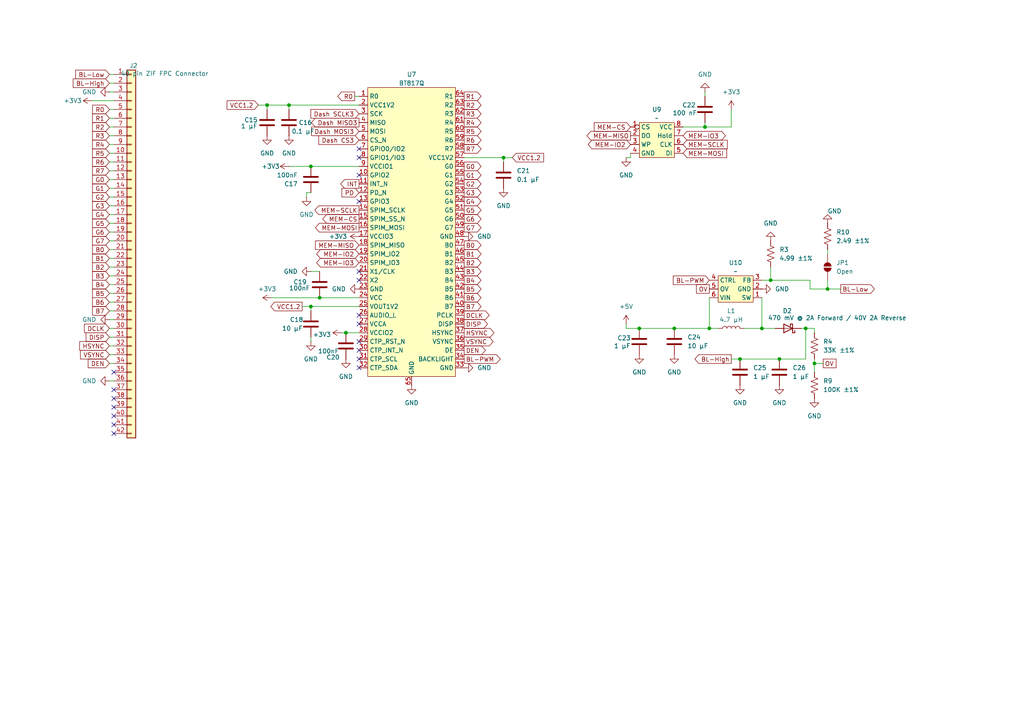
<source format=kicad_sch>
(kicad_sch (version 20231120) (generator "eeschema") (generator_version "8.0")
  (paper "A4")
  (lib_symbols
    (symbol "Connector_Generic:Conn_01x42" (pin_names (offset 1.016) hide)
      (property "Reference" "J" (at 0 53.34 0))
      (property "Value" "Conn_01x42" (at 0 -55.88 0))
      (symbol "Conn_01x42_1_1"
        (rectangle (start -1.27 -53.213) (end 0 -53.467) (stroke (width 0.1524)))
        (rectangle (start -1.27 -50.673) (end 0 -50.927) (stroke (width 0.1524)))
        (rectangle (start -1.27 -48.133) (end 0 -48.387) (stroke (width 0.1524)))
        (rectangle (start -1.27 -45.593) (end 0 -45.847) (stroke (width 0.1524)))
        (rectangle (start -1.27 -43.053) (end 0 -43.307) (stroke (width 0.1524)))
        (rectangle (start -1.27 -40.513) (end 0 -40.767) (stroke (width 0.1524)))
        (rectangle (start -1.27 -37.973) (end 0 -38.227) (stroke (width 0.1524)))
        (rectangle (start -1.27 -35.433) (end 0 -35.687) (stroke (width 0.1524)))
        (rectangle (start -1.27 -32.893) (end 0 -33.147) (stroke (width 0.1524)))
        (rectangle (start -1.27 -30.353) (end 0 -30.607) (stroke (width 0.1524)))
        (rectangle (start -1.27 -27.813) (end 0 -28.067) (stroke (width 0.1524)))
        (rectangle (start -1.27 -25.273) (end 0 -25.527) (stroke (width 0.1524)))
        (rectangle (start -1.27 -22.733) (end 0 -22.987) (stroke (width 0.1524)))
        (rectangle (start -1.27 -20.193) (end 0 -20.447) (stroke (width 0.1524)))
        (rectangle (start -1.27 -17.653) (end 0 -17.907) (stroke (width 0.1524)))
        (rectangle (start -1.27 -15.113) (end 0 -15.367) (stroke (width 0.1524)))
        (rectangle (start -1.27 -12.573) (end 0 -12.827) (stroke (width 0.1524)))
        (rectangle (start -1.27 -10.033) (end 0 -10.287) (stroke (width 0.1524)))
        (rectangle (start -1.27 -7.493) (end 0 -7.747) (stroke (width 0.1524)))
        (rectangle (start -1.27 -4.953) (end 0 -5.207) (stroke (width 0.1524)))
        (rectangle (start -1.27 -2.413) (end 0 -2.667) (stroke (width 0.1524)))
        (rectangle (start -1.27 0.127) (end 0 -0.127) (stroke (width 0.1524)))
        (rectangle (start -1.27 2.667) (end 0 2.413) (stroke (width 0.1524)))
        (rectangle (start -1.27 5.207) (end 0 4.953) (stroke (width 0.1524)))
        (rectangle (start -1.27 7.747) (end 0 7.493) (stroke (width 0.1524)))
        (rectangle (start -1.27 10.287) (end 0 10.033) (stroke (width 0.1524)))
        (rectangle (start -1.27 12.827) (end 0 12.573) (stroke (width 0.1524)))
        (rectangle (start -1.27 15.367) (end 0 15.113) (stroke (width 0.1524)))
        (rectangle (start -1.27 17.907) (end 0 17.653) (stroke (width 0.1524)))
        (rectangle (start -1.27 20.447) (end 0 20.193) (stroke (width 0.1524)))
        (rectangle (start -1.27 22.987) (end 0 22.733) (stroke (width 0.1524)))
        (rectangle (start -1.27 25.527) (end 0 25.273) (stroke (width 0.1524)))
        (rectangle (start -1.27 28.067) (end 0 27.813) (stroke (width 0.1524)))
        (rectangle (start -1.27 30.607) (end 0 30.353) (stroke (width 0.1524)))
        (rectangle (start -1.27 33.147) (end 0 32.893) (stroke (width 0.1524)))
        (rectangle (start -1.27 35.687) (end 0 35.433) (stroke (width 0.1524)))
        (rectangle (start -1.27 38.227) (end 0 37.973) (stroke (width 0.1524)))
        (rectangle (start -1.27 40.767) (end 0 40.513) (stroke (width 0.1524)))
        (rectangle (start -1.27 43.307) (end 0 43.053) (stroke (width 0.1524)))
        (rectangle (start -1.27 45.847) (end 0 45.593) (stroke (width 0.1524)))
        (rectangle (start -1.27 48.387) (end 0 48.133) (stroke (width 0.1524)))
        (rectangle (start -1.27 50.927) (end 0 50.673) (stroke (width 0.1524)))
        (rectangle (start -1.27 52.07) (end 1.27 -54.61) (stroke (width 0.254)) (fill (type background)))
        (pin passive line (at -5.08 50.8 0) (length 3.81) (name "Pin_1") (number "1"))
        (pin passive line (at -5.08 27.94 0) (length 3.81) (name "Pin_10") (number "10"))
        (pin passive line (at -5.08 25.4 0) (length 3.81) (name "Pin_11") (number "11"))
        (pin passive line (at -5.08 22.86 0) (length 3.81) (name "Pin_12") (number "12"))
        (pin passive line (at -5.08 20.32 0) (length 3.81) (name "Pin_13") (number "13"))
        (pin passive line (at -5.08 17.78 0) (length 3.81) (name "Pin_14") (number "14"))
        (pin passive line (at -5.08 15.24 0) (length 3.81) (name "Pin_15") (number "15"))
        (pin passive line (at -5.08 12.7 0) (length 3.81) (name "Pin_16") (number "16"))
        (pin passive line (at -5.08 10.16 0) (length 3.81) (name "Pin_17") (number "17"))
        (pin passive line (at -5.08 7.62 0) (length 3.81) (name "Pin_18") (number "18"))
        (pin passive line (at -5.08 5.08 0) (length 3.81) (name "Pin_19") (number "19"))
        (pin passive line (at -5.08 48.26 0) (length 3.81) (name "Pin_2") (number "2"))
        (pin passive line (at -5.08 2.54 0) (length 3.81) (name "Pin_20") (number "20"))
        (pin passive line (at -5.08 0 0) (length 3.81) (name "Pin_21") (number "21"))
        (pin passive line (at -5.08 -2.54 0) (length 3.81) (name "Pin_22") (number "22"))
        (pin passive line (at -5.08 -5.08 0) (length 3.81) (name "Pin_23") (number "23"))
        (pin passive line (at -5.08 -7.62 0) (length 3.81) (name "Pin_24") (number "24"))
        (pin passive line (at -5.08 -10.16 0) (length 3.81) (name "Pin_25") (number "25"))
        (pin passive line (at -5.08 -12.7 0) (length 3.81) (name "Pin_26") (number "26"))
        (pin passive line (at -5.08 -15.24 0) (length 3.81) (name "Pin_27") (number "27"))
        (pin passive line (at -5.08 -17.78 0) (length 3.81) (name "Pin_28") (number "28"))
        (pin passive line (at -5.08 -20.32 0) (length 3.81) (name "Pin_29") (number "29"))
        (pin passive line (at -5.08 45.72 0) (length 3.81) (name "Pin_3") (number "3"))
        (pin passive line (at -5.08 -22.86 0) (length 3.81) (name "Pin_30") (number "30"))
        (pin passive line (at -5.08 -25.4 0) (length 3.81) (name "Pin_31") (number "31"))
        (pin passive line (at -5.08 -27.94 0) (length 3.81) (name "Pin_32") (number "32"))
        (pin passive line (at -5.08 -30.48 0) (length 3.81) (name "Pin_33") (number "33"))
        (pin passive line (at -5.08 -33.02 0) (length 3.81) (name "Pin_34") (number "34"))
        (pin passive line (at -5.08 -35.56 0) (length 3.81) (name "Pin_35") (number "35"))
        (pin passive line (at -5.08 -38.1 0) (length 3.81) (name "Pin_36") (number "36"))
        (pin passive line (at -5.08 -40.64 0) (length 3.81) (name "Pin_37") (number "37"))
        (pin passive line (at -5.08 -43.18 0) (length 3.81) (name "Pin_38") (number "38"))
        (pin passive line (at -5.08 -45.72 0) (length 3.81) (name "Pin_39") (number "39"))
        (pin passive line (at -5.08 43.18 0) (length 3.81) (name "Pin_4") (number "4"))
        (pin passive line (at -5.08 -48.26 0) (length 3.81) (name "Pin_40") (number "40"))
        (pin passive line (at -5.08 -50.8 0) (length 3.81) (name "Pin_41") (number "41"))
        (pin passive line (at -5.08 -53.34 0) (length 3.81) (name "Pin_42") (number "42"))
        (pin passive line (at -5.08 40.64 0) (length 3.81) (name "Pin_5") (number "5"))
        (pin passive line (at -5.08 38.1 0) (length 3.81) (name "Pin_6") (number "6"))
        (pin passive line (at -5.08 35.56 0) (length 3.81) (name "Pin_7") (number "7"))
        (pin passive line (at -5.08 33.02 0) (length 3.81) (name "Pin_8") (number "8"))
        (pin passive line (at -5.08 30.48 0) (length 3.81) (name "Pin_9") (number "9"))
      )
    )
    (symbol "Device:C" (pin_numbers hide) (pin_names (offset 0.254))
      (property "Reference" "C" (at 0.635 2.54 0))
      (property "Value" "C" (at 0.635 -2.54 0))
      (symbol "C_0_1"
        (polyline (pts (xy -2.032 -0.762) (xy 2.032 -0.762)) (stroke (width 0.508)))
        (polyline (pts (xy -2.032 0.762) (xy 2.032 0.762)) (stroke (width 0.508)))
      )
      (symbol "C_1_1"
        (pin passive line (at 0 3.81 270) (length 2.794) (name "~") (number "1"))
        (pin passive line (at 0 -3.81 90) (length 2.794) (name "~") (number "2"))
      )
    )
    (symbol "Device:D_Schottky" (pin_numbers hide) (pin_names (offset 1.016) hide)
      (property "Reference" "D" (at 0 2.54 0))
      (property "Value" "D_Schottky" (at 0 -2.54 0))
      (symbol "D_Schottky_0_1"
        (polyline (pts (xy 1.27 0) (xy -1.27 0)))
        (polyline (pts (xy 1.27 1.27) (xy 1.27 -1.27) (xy -1.27 0) (xy 1.27 1.27)) (stroke (width 0.254)))
        (polyline (pts (xy -1.905 0.635) (xy -1.905 1.27) (xy -1.27 1.27) (xy -1.27 -1.27) (xy -0.635 -1.27) (xy -0.635 -0.635)) (stroke (width 0.254)))
      )
      (symbol "D_Schottky_1_1"
        (pin passive line (at -3.81 0 0) (length 2.54) (name "K") (number "1"))
        (pin passive line (at 3.81 0 180) (length 2.54) (name "A") (number "2"))
      )
    )
    (symbol "Device:L" (pin_numbers hide) (pin_names (offset 1.016) hide)
      (property "Reference" "L" (at -1.27 0 90))
      (property "Value" "L" (at 1.905 0 90))
      (symbol "L_0_1"
        (arc (start 0 -2.54) (mid 0.6323 -1.905) (end 0 -1.27))
        (arc (start 0 -1.27) (mid 0.6323 -0.635) (end 0 0))
        (arc (start 0 0) (mid 0.6323 0.635) (end 0 1.27))
        (arc (start 0 1.27) (mid 0.6323 1.905) (end 0 2.54))
      )
      (symbol "L_1_1"
        (pin passive line (at 0 3.81 270) (length 1.27) (name "1") (number "1"))
        (pin passive line (at 0 -3.81 90) (length 1.27) (name "2") (number "2"))
      )
    )
    (symbol "Device:R_US" (pin_numbers hide) (pin_names (offset 0))
      (property "Reference" "R" (at 2.54 0 90))
      (property "Value" "R_US" (at -2.54 0 90))
      (symbol "R_US_0_1"
        (polyline (pts (xy 0 -2.286) (xy 0 -2.54)))
        (polyline (pts (xy 0 2.286) (xy 0 2.54)))
        (polyline (pts (xy 0 -0.762) (xy 1.016 -1.143) (xy 0 -1.524) (xy -1.016 -1.905) (xy 0 -2.286)))
        (polyline (pts (xy 0 0.762) (xy 1.016 0.381) (xy 0 0) (xy -1.016 -0.381) (xy 0 -0.762)))
        (polyline (pts (xy 0 2.286) (xy 1.016 1.905) (xy 0 1.524) (xy -1.016 1.143) (xy 0 0.762)))
      )
      (symbol "R_US_1_1"
        (pin passive line (at 0 3.81 270) (length 1.27) (name "~") (number "1"))
        (pin passive line (at 0 -3.81 90) (length 1.27) (name "~") (number "2"))
      )
    )
    (symbol "FS_3_Global_Symbol_Library:AP3032KTR-G1"
      (property "Reference" "U" (at 1.27 1.016 0))
      (symbol "AP3032KTR-G1_1_1"
        (rectangle (start 0 0) (end 10.16 -7.62) (fill (type background)))
        (pin input line (at -2.54 -1.27 0) (length 2.54) (name "SW") (number "1"))
        (pin input line (at -2.54 -3.81 0) (length 2.54) (name "GND") (number "2"))
        (pin input line (at -2.54 -6.35 0) (length 2.54) (name "FB") (number "3"))
        (pin input line (at 12.7 -6.35 180) (length 2.54) (name "CTRL") (number "4"))
        (pin input line (at 12.7 -3.81 180) (length 2.54) (name "OV") (number "5"))
        (pin input line (at 12.7 -1.27 180) (length 2.54) (name "VIN") (number "6"))
      )
    )
    (symbol "FS_3_Global_Symbol_Library:BT817Q"
      (property "Reference" "U" (at 7.366 3.048 0))
      (symbol "BT817Q_1_1"
        (rectangle (start 0 0) (end 25.4 -83.82) (fill (type background)))
        (pin input line (at -2.54 -2.54 0) (length 2.54) (name "R0") (number "1"))
        (pin input line (at -2.54 -25.4 0) (length 2.54) (name "GPIO2") (number "10"))
        (pin input line (at -2.54 -27.94 0) (length 2.54) (name "INT_N") (number "11"))
        (pin input line (at -2.54 -30.48 0) (length 2.54) (name "PD_N") (number "12"))
        (pin input line (at -2.54 -33.02 0) (length 2.54) (name "GPIO3") (number "13"))
        (pin input line (at -2.54 -35.56 0) (length 2.54) (name "SPIM_SCLK") (number "14"))
        (pin input line (at -2.54 -38.1 0) (length 2.54) (name "SPIM_SS_N") (number "15"))
        (pin input line (at -2.54 -40.64 0) (length 2.54) (name "SPIM_MOSI") (number "16"))
        (pin input line (at -2.54 -43.18 0) (length 2.54) (name "VCCIO3") (number "17"))
        (pin input line (at -2.54 -45.72 0) (length 2.54) (name "SPIM_MISO") (number "18"))
        (pin input line (at -2.54 -48.26 0) (length 2.54) (name "SPIM_IO2") (number "19"))
        (pin input line (at -2.54 -5.08 0) (length 2.54) (name "VCC1V2") (number "2"))
        (pin input line (at -2.54 -50.8 0) (length 2.54) (name "SPIM_IO3") (number "20"))
        (pin input line (at -2.54 -53.34 0) (length 2.54) (name "X1/CLK") (number "21"))
        (pin input line (at -2.54 -55.88 0) (length 2.54) (name "X2") (number "22"))
        (pin input line (at -2.54 -58.42 0) (length 2.54) (name "GND") (number "23"))
        (pin input line (at -2.54 -60.96 0) (length 2.54) (name "VCC") (number "24"))
        (pin input line (at -2.54 -63.5 0) (length 2.54) (name "VOUT1V2") (number "25"))
        (pin input line (at -2.54 -66.04 0) (length 2.54) (name "AUDIO_L") (number "26"))
        (pin input line (at -2.54 -68.58 0) (length 2.54) (name "VCCA") (number "27"))
        (pin input line (at -2.54 -71.12 0) (length 2.54) (name "VCCIO2") (number "28"))
        (pin input line (at -2.54 -73.66 0) (length 2.54) (name "CTP_RST_N") (number "29"))
        (pin input line (at -2.54 -7.62 0) (length 2.54) (name "SCK") (number "3"))
        (pin input line (at -2.54 -76.2 0) (length 2.54) (name "CTP_INT_N") (number "30"))
        (pin input line (at -2.54 -78.74 0) (length 2.54) (name "CTP_SCL") (number "31"))
        (pin input line (at -2.54 -81.28 0) (length 2.54) (name "CTP_SDA") (number "32"))
        (pin input line (at 27.94 -81.28 180) (length 2.54) (name "GND") (number "33"))
        (pin input line (at 27.94 -78.74 180) (length 2.54) (name "BACKLIGHT") (number "34"))
        (pin input line (at 27.94 -76.2 180) (length 2.54) (name "DE") (number "35"))
        (pin input line (at 27.94 -73.66 180) (length 2.54) (name "VSYNC") (number "36"))
        (pin input line (at 27.94 -71.12 180) (length 2.54) (name "HSYNC") (number "37"))
        (pin input line (at 27.94 -68.58 180) (length 2.54) (name "DISP") (number "38"))
        (pin input line (at 27.94 -66.04 180) (length 2.54) (name "PCLK") (number "39"))
        (pin input line (at -2.54 -10.16 0) (length 2.54) (name "MISO") (number "4"))
        (pin input line (at 27.94 -63.5 180) (length 2.54) (name "B7") (number "40"))
        (pin input line (at 27.94 -60.96 180) (length 2.54) (name "B6") (number "41"))
        (pin input line (at 27.94 -58.42 180) (length 2.54) (name "B5") (number "42"))
        (pin input line (at 27.94 -55.88 180) (length 2.54) (name "B4") (number "43"))
        (pin input line (at 27.94 -53.34 180) (length 2.54) (name "B3") (number "44"))
        (pin input line (at 27.94 -50.8 180) (length 2.54) (name "B2") (number "45"))
        (pin input line (at 27.94 -48.26 180) (length 2.54) (name "B1") (number "46"))
        (pin input line (at 27.94 -45.72 180) (length 2.54) (name "B0") (number "47"))
        (pin input line (at 27.94 -43.18 180) (length 2.54) (name "GND") (number "48"))
        (pin input line (at 27.94 -40.64 180) (length 2.54) (name "G7") (number "49"))
        (pin input line (at -2.54 -12.7 0) (length 2.54) (name "MOSI") (number "5"))
        (pin input line (at 27.94 -38.1 180) (length 2.54) (name "G6") (number "50"))
        (pin input line (at 27.94 -35.56 180) (length 2.54) (name "G5") (number "51"))
        (pin input line (at 27.94 -33.02 180) (length 2.54) (name "G4") (number "52"))
        (pin input line (at 27.94 -30.48 180) (length 2.54) (name "G3") (number "53"))
        (pin input line (at 27.94 -27.94 180) (length 2.54) (name "G2") (number "54"))
        (pin input line (at 27.94 -25.4 180) (length 2.54) (name "G1") (number "55"))
        (pin input line (at 27.94 -22.86 180) (length 2.54) (name "G0") (number "56"))
        (pin input line (at 27.94 -20.32 180) (length 2.54) (name "VCC1V2") (number "57"))
        (pin input line (at 27.94 -17.78 180) (length 2.54) (name "R7") (number "58"))
        (pin input line (at 27.94 -15.24 180) (length 2.54) (name "R6") (number "59"))
        (pin input line (at -2.54 -15.24 0) (length 2.54) (name "CS_N") (number "6"))
        (pin input line (at 27.94 -12.7 180) (length 2.54) (name "R5") (number "60"))
        (pin input line (at 27.94 -10.16 180) (length 2.54) (name "R4") (number "61"))
        (pin input line (at 27.94 -7.62 180) (length 2.54) (name "R3") (number "62"))
        (pin input line (at 27.94 -5.08 180) (length 2.54) (name "R2") (number "63"))
        (pin input line (at 27.94 -2.54 180) (length 2.54) (name "R1") (number "64"))
        (pin input line (at 12.7 -86.36 90) (length 2.54) (name "GND") (number "65"))
        (pin input line (at -2.54 -17.78 0) (length 2.54) (name "GPIO0/IO2") (number "7"))
        (pin input line (at -2.54 -20.32 0) (length 2.54) (name "GPIO1/IO3") (number "8"))
        (pin input line (at -2.54 -22.86 0) (length 2.54) (name "VCCIO1") (number "9"))
      )
    )
    (symbol "FS_3_Global_Symbol_Library:W25Q40CLSNIG_TR"
      (property "Reference" "U" (at 0.762 1.016 0))
      (symbol "W25Q40CLSNIG_TR_1_1"
        (rectangle (start 0 0) (end 10.16 -10.16) (fill (type background)))
        (pin input inverted (at -2.54 -1.27 0) (length 2.54) (name "CS") (number "1"))
        (pin input line (at -2.54 -3.81 0) (length 2.54) (name "DO") (number "2"))
        (pin input line (at -2.54 -6.35 0) (length 2.54) (name "WP") (number "3"))
        (pin power_in line (at -2.54 -8.89 0) (length 2.54) (name "GND") (number "4"))
        (pin input line (at 12.7 -8.89 180) (length 2.54) (name "DI") (number "5"))
        (pin input line (at 12.7 -6.35 180) (length 2.54) (name "CLK") (number "6"))
        (pin input line (at 12.7 -3.81 180) (length 2.54) (name "Hold") (number "7"))
        (pin power_in line (at 12.7 -1.27 180) (length 2.54) (name "VCC") (number "8"))
      )
    )
    (symbol "Jumper:SolderJumper_2_Open" (pin_numbers hide) (pin_names (offset 0) hide) (exclude_from_sim yes) (in_bom no)
      (property "Reference" "JP" (at 0 2.032 0))
      (property "Value" "SolderJumper_2_Open" (at 0 -2.54 0))
      (symbol "SolderJumper_2_Open_0_1"
        (arc (start -0.254 1.016) (mid -1.2656 0) (end -0.254 -1.016))
        (arc (start -0.254 1.016) (mid -1.2656 0) (end -0.254 -1.016) (fill (type outline)))
        (polyline (pts (xy -0.254 1.016) (xy -0.254 -1.016)))
        (polyline (pts (xy 0.254 1.016) (xy 0.254 -1.016)))
        (arc (start 0.254 -1.016) (mid 1.2656 0) (end 0.254 1.016))
        (arc (start 0.254 -1.016) (mid 1.2656 0) (end 0.254 1.016) (fill (type outline)))
      )
      (symbol "SolderJumper_2_Open_1_1"
        (pin passive line (at -3.81 0 0) (length 2.54) (name "A") (number "1"))
        (pin passive line (at 3.81 0 180) (length 2.54) (name "B") (number "2"))
      )
    )
    (symbol "power:+3.3V" (power) (pin_numbers hide) (pin_names (offset 0) hide)
      (property "Value" "+3.3V" (at 0 3.556 0))
      (symbol "+3.3V_0_1"
        (polyline (pts (xy -0.762 1.27) (xy 0 2.54)))
        (polyline (pts (xy 0 0) (xy 0 2.54)))
        (polyline (pts (xy 0 2.54) (xy 0.762 1.27)))
      )
      (symbol "+3.3V_1_1"
        (pin power_in line (at 0 0 90) (length 0) (name "~") (number "1"))
      )
    )
    (symbol "power:+5V" (power) (pin_numbers hide) (pin_names (offset 0) hide)
      (property "Value" "+5V" (at 0 3.556 0))
      (symbol "+5V_0_1"
        (polyline (pts (xy -0.762 1.27) (xy 0 2.54)))
        (polyline (pts (xy 0 0) (xy 0 2.54)))
        (polyline (pts (xy 0 2.54) (xy 0.762 1.27)))
      )
      (symbol "+5V_1_1"
        (pin power_in line (at 0 0 90) (length 0) (name "~") (number "1"))
      )
    )
    (symbol "power:GND" (power) (pin_numbers hide) (pin_names (offset 0) hide)
      (property "Value" "GND" (at 0 -3.81 0))
      (symbol "GND_0_1"
        (polyline (pts (xy 0 0) (xy 0 -1.27) (xy 1.27 -1.27) (xy 0 -2.54) (xy -1.27 -1.27) (xy 0 -1.27)))
      )
      (symbol "GND_1_1"
        (pin power_in line (at 0 0 270) (length 0) (name "~") (number "1"))
      )
    )
  )
  (junction (at 83.82 30.48))
  (junction (at 240.03 83.82))
  (junction (at 220.98 95.25))
  (junction (at 214.63 104.14))
  (junction (at 92.71 86.36))
  (junction (at 204.47 36.83))
  (junction (at 236.22 105.41))
  (junction (at 146.05 45.72))
  (junction (at 223.52 81.28))
  (junction (at 195.58 95.25))
  (junction (at 90.17 88.9))
  (junction (at 90.17 48.26))
  (junction (at 100.33 96.52))
  (junction (at 233.68 95.25))
  (junction (at 185.42 95.25))
  (junction (at 226.06 104.14))
  (junction (at 205.74 95.25))
  (junction (at 77.47 30.48))
  (no_connect (at 33.02 120.65))
  (no_connect (at 33.02 118.11))
  (no_connect (at 104.14 78.74))
  (no_connect (at 33.02 115.57))
  (no_connect (at 33.02 125.73))
  (no_connect (at 33.02 107.95))
  (no_connect (at 104.14 58.42))
  (no_connect (at 104.14 91.44))
  (no_connect (at 33.02 123.19))
  (no_connect (at 104.14 45.72))
  (no_connect (at 104.14 101.6))
  (no_connect (at 104.14 99.06))
  (no_connect (at 104.14 106.68))
  (no_connect (at 104.14 43.18))
  (no_connect (at 33.02 113.03))
  (no_connect (at 104.14 93.98))
  (no_connect (at 104.14 81.28))
  (no_connect (at 104.14 104.14))
  (no_connect (at 104.14 50.8))
  (wire (pts (xy 83.82 31.75) (xy 83.82 30.48)))
  (wire (pts (xy 232.41 95.25) (xy 233.68 95.25)))
  (wire (pts (xy 146.05 45.72) (xy 148.59 45.72)))
  (wire (pts (xy 33.02 46.99) (xy 31.75 46.99)))
  (wire (pts (xy 236.22 105.41) (xy 238.76 105.41)))
  (wire (pts (xy 78.74 86.36) (xy 92.71 86.36)))
  (wire (pts (xy 83.82 30.48) (xy 104.14 30.48)))
  (wire (pts (xy 146.05 45.72) (xy 146.05 46.99)))
  (wire (pts (xy 90.17 90.17) (xy 90.17 88.9)))
  (wire (pts (xy 33.02 85.09) (xy 31.75 85.09)))
  (wire (pts (xy 33.02 44.45) (xy 31.75 44.45)))
  (wire (pts (xy 90.17 48.26) (xy 104.14 48.26)))
  (wire (pts (xy 240.03 81.28) (xy 240.03 83.82)))
  (wire (pts (xy 233.68 95.25) (xy 236.22 95.25)))
  (wire (pts (xy 74.93 30.48) (xy 77.47 30.48)))
  (wire (pts (xy 33.02 39.37) (xy 31.75 39.37)))
  (wire (pts (xy 181.61 45.72) (xy 182.88 45.72)))
  (wire (pts (xy 223.52 81.28) (xy 234.95 81.28)))
  (wire (pts (xy 236.22 95.25) (xy 236.22 96.52)))
  (wire (pts (xy 33.02 102.87) (xy 31.75 102.87)))
  (wire (pts (xy 220.98 95.25) (xy 220.98 86.36)))
  (wire (pts (xy 204.47 36.83) (xy 212.09 36.83)))
  (wire (pts (xy 33.02 97.79) (xy 31.75 97.79)))
  (wire (pts (xy 33.02 21.59) (xy 31.75 21.59)))
  (wire (pts (xy 90.17 55.88) (xy 88.9 55.88)))
  (wire (pts (xy 33.02 29.21) (xy 26.67 29.21)))
  (wire (pts (xy 33.02 57.15) (xy 31.75 57.15)))
  (wire (pts (xy 33.02 74.93) (xy 31.75 74.93)))
  (wire (pts (xy 33.02 26.67) (xy 31.75 26.67)))
  (wire (pts (xy 234.95 83.82) (xy 240.03 83.82)))
  (wire (pts (xy 33.02 49.53) (xy 31.75 49.53)))
  (wire (pts (xy 90.17 99.06) (xy 90.17 97.79)))
  (wire (pts (xy 240.03 72.39) (xy 240.03 73.66)))
  (wire (pts (xy 205.74 95.25) (xy 205.74 86.36)))
  (wire (pts (xy 33.02 52.07) (xy 31.75 52.07)))
  (wire (pts (xy 181.61 95.25) (xy 185.42 95.25)))
  (wire (pts (xy 92.71 86.36) (xy 104.14 86.36)))
  (wire (pts (xy 224.79 95.25) (xy 220.98 95.25)))
  (wire (pts (xy 33.02 59.69) (xy 31.75 59.69)))
  (wire (pts (xy 33.02 69.85) (xy 31.75 69.85)))
  (wire (pts (xy 236.22 107.95) (xy 236.22 105.41)))
  (wire (pts (xy 88.9 55.88) (xy 88.9 57.15)))
  (wire (pts (xy 204.47 35.56) (xy 204.47 36.83)))
  (wire (pts (xy 33.02 31.75) (xy 31.75 31.75)))
  (wire (pts (xy 33.02 87.63) (xy 31.75 87.63)))
  (wire (pts (xy 33.02 105.41) (xy 31.75 105.41)))
  (wire (pts (xy 215.9 95.25) (xy 220.98 95.25)))
  (wire (pts (xy 33.02 64.77) (xy 31.75 64.77)))
  (wire (pts (xy 240.03 83.82) (xy 243.84 83.82)))
  (wire (pts (xy 134.62 45.72) (xy 146.05 45.72)))
  (wire (pts (xy 234.95 81.28) (xy 234.95 83.82)))
  (wire (pts (xy 223.52 77.47) (xy 223.52 81.28)))
  (wire (pts (xy 102.87 27.94) (xy 104.14 27.94)))
  (wire (pts (xy 77.47 30.48) (xy 83.82 30.48)))
  (wire (pts (xy 33.02 100.33) (xy 31.75 100.33)))
  (wire (pts (xy 185.42 95.25) (xy 195.58 95.25)))
  (wire (pts (xy 195.58 95.25) (xy 205.74 95.25)))
  (wire (pts (xy 33.02 72.39) (xy 31.75 72.39)))
  (wire (pts (xy 198.12 36.83) (xy 204.47 36.83)))
  (wire (pts (xy 33.02 67.31) (xy 31.75 67.31)))
  (wire (pts (xy 33.02 80.01) (xy 31.75 80.01)))
  (wire (pts (xy 90.17 88.9) (xy 104.14 88.9)))
  (wire (pts (xy 33.02 92.71) (xy 31.75 92.71)))
  (wire (pts (xy 33.02 95.25) (xy 31.75 95.25)))
  (wire (pts (xy 33.02 77.47) (xy 31.75 77.47)))
  (wire (pts (xy 100.33 96.52) (xy 104.14 96.52)))
  (wire (pts (xy 33.02 41.91) (xy 31.75 41.91)))
  (wire (pts (xy 33.02 110.49) (xy 31.75 110.49)))
  (wire (pts (xy 33.02 54.61) (xy 31.75 54.61)))
  (wire (pts (xy 182.88 45.72) (xy 182.88 44.45)))
  (wire (pts (xy 87.63 88.9) (xy 90.17 88.9)))
  (wire (pts (xy 33.02 62.23) (xy 31.75 62.23)))
  (wire (pts (xy 33.02 34.29) (xy 31.75 34.29)))
  (wire (pts (xy 181.61 93.98) (xy 181.61 95.25)))
  (wire (pts (xy 33.02 82.55) (xy 31.75 82.55)))
  (wire (pts (xy 236.22 104.14) (xy 236.22 105.41)))
  (wire (pts (xy 226.06 104.14) (xy 233.68 104.14)))
  (wire (pts (xy 77.47 31.75) (xy 77.47 30.48)))
  (wire (pts (xy 33.02 24.13) (xy 31.75 24.13)))
  (wire (pts (xy 214.63 104.14) (xy 226.06 104.14)))
  (wire (pts (xy 33.02 36.83) (xy 31.75 36.83)))
  (wire (pts (xy 220.98 81.28) (xy 223.52 81.28)))
  (wire (pts (xy 83.82 48.26) (xy 90.17 48.26)))
  (wire (pts (xy 204.47 26.67) (xy 204.47 27.94)))
  (wire (pts (xy 212.09 36.83) (xy 212.09 31.75)))
  (wire (pts (xy 208.28 95.25) (xy 205.74 95.25)))
  (wire (pts (xy 212.09 104.14) (xy 214.63 104.14)))
  (wire (pts (xy 33.02 90.17) (xy 31.75 90.17)))
  (wire (pts (xy 233.68 95.25) (xy 233.68 104.14)))
  (wire (pts (xy 92.71 78.74) (xy 90.17 78.74)))
  (wire (pts (xy 99.06 96.52) (xy 100.33 96.52)))
  (global_label "B1" (shape input) (at 31.75 74.93 180) (property "Intersheetrefs" "${INTERSHEET_REFS}" (effects (hide yes))))
  (global_label "R7" (shape output) (at 134.62 43.18 0) (property "Intersheetrefs" "${INTERSHEET_REFS}" (effects (hide yes))))
  (global_label "BL-High" (shape output) (at 212.09 104.14 180) (property "Intersheetrefs" "${INTERSHEET_REFS}" (effects (hide yes))))
  (global_label "VCC1.2" (shape input) (at 74.93 30.48 180) (property "Intersheetrefs" "${INTERSHEET_REFS}" (effects (hide yes))))
  (global_label "R3" (shape output) (at 134.62 33.02 0) (property "Intersheetrefs" "${INTERSHEET_REFS}" (effects (hide yes))))
  (global_label "HSYNC" (shape input) (at 31.75 100.33 180) (property "Intersheetrefs" "${INTERSHEET_REFS}" (effects (hide yes))))
  (global_label "R2" (shape output) (at 134.62 30.48 0) (property "Intersheetrefs" "${INTERSHEET_REFS}" (effects (hide yes))))
  (global_label "G4" (shape input) (at 31.75 62.23 180) (property "Intersheetrefs" "${INTERSHEET_REFS}" (effects (hide yes))))
  (global_label "MEM-CS" (shape output) (at 104.14 63.5 180) (property "Intersheetrefs" "${INTERSHEET_REFS}" (effects (hide yes))))
  (global_label "VSYNC" (shape output) (at 134.62 99.06 0) (property "Intersheetrefs" "${INTERSHEET_REFS}" (effects (hide yes))))
  (global_label "B1" (shape output) (at 134.62 73.66 0) (property "Intersheetrefs" "${INTERSHEET_REFS}" (effects (hide yes))))
  (global_label "MEM-MOSI" (shape input) (at 198.12 44.45 0) (property "Intersheetrefs" "${INTERSHEET_REFS}" (effects (hide yes))))
  (global_label "DEN" (shape output) (at 134.62 101.6 0) (property "Intersheetrefs" "${INTERSHEET_REFS}" (effects (hide yes))))
  (global_label "OV" (shape passive) (at 205.74 83.82 180) (property "Intersheetrefs" "${INTERSHEET_REFS}" (effects (hide yes))))
  (global_label "R6" (shape output) (at 134.62 40.64 0) (property "Intersheetrefs" "${INTERSHEET_REFS}" (effects (hide yes))))
  (global_label "PD" (shape input) (at 104.14 55.88 180) (property "Intersheetrefs" "${INTERSHEET_REFS}" (effects (hide yes))))
  (global_label "Dash SCLK3" (shape input) (at 104.14 33.02 180) (property "Intersheetrefs" "${INTERSHEET_REFS}" (effects (hide yes))))
  (global_label "BL-PWM" (shape input) (at 205.74 81.28 180) (property "Intersheetrefs" "${INTERSHEET_REFS}" (effects (hide yes))))
  (global_label "MEM-MISO" (shape output) (at 182.88 39.37 180) (property "Intersheetrefs" "${INTERSHEET_REFS}" (effects (hide yes))))
  (global_label "G5" (shape input) (at 31.75 64.77 180) (property "Intersheetrefs" "${INTERSHEET_REFS}" (effects (hide yes))))
  (global_label "G7" (shape input) (at 31.75 69.85 180) (property "Intersheetrefs" "${INTERSHEET_REFS}" (effects (hide yes))))
  (global_label "G2" (shape output) (at 134.62 53.34 0) (property "Intersheetrefs" "${INTERSHEET_REFS}" (effects (hide yes))))
  (global_label "DISP" (shape output) (at 134.62 93.98 0) (property "Intersheetrefs" "${INTERSHEET_REFS}" (effects (hide yes))))
  (global_label "MEM-SCLK" (shape output) (at 104.14 60.96 180) (property "Intersheetrefs" "${INTERSHEET_REFS}" (effects (hide yes))))
  (global_label "B0" (shape output) (at 134.62 71.12 0) (property "Intersheetrefs" "${INTERSHEET_REFS}" (effects (hide yes))))
  (global_label "B5" (shape output) (at 134.62 83.82 0) (property "Intersheetrefs" "${INTERSHEET_REFS}" (effects (hide yes))))
  (global_label "MEM-MISO" (shape input) (at 104.14 71.12 180) (property "Intersheetrefs" "${INTERSHEET_REFS}" (effects (hide yes))))
  (global_label "G5" (shape output) (at 134.62 60.96 0) (property "Intersheetrefs" "${INTERSHEET_REFS}" (effects (hide yes))))
  (global_label "VCC1.2" (shape output) (at 87.63 88.9 180) (property "Intersheetrefs" "${INTERSHEET_REFS}" (effects (hide yes))))
  (global_label "G2" (shape input) (at 31.75 57.15 180) (property "Intersheetrefs" "${INTERSHEET_REFS}" (effects (hide yes))))
  (global_label "R4" (shape input) (at 31.75 41.91 180) (property "Intersheetrefs" "${INTERSHEET_REFS}" (effects (hide yes))))
  (global_label "R2" (shape input) (at 31.75 36.83 180) (property "Intersheetrefs" "${INTERSHEET_REFS}" (effects (hide yes))))
  (global_label "MEM-SCLK" (shape input) (at 198.12 41.91 0) (property "Intersheetrefs" "${INTERSHEET_REFS}" (effects (hide yes))))
  (global_label "G7" (shape output) (at 134.62 66.04 0) (property "Intersheetrefs" "${INTERSHEET_REFS}" (effects (hide yes))))
  (global_label "MEM-IO2" (shape bidirectional) (at 104.14 73.66 180) (property "Intersheetrefs" "${INTERSHEET_REFS}" (effects (hide yes))))
  (global_label "BL-Low" (shape output) (at 243.84 83.82 0) (property "Intersheetrefs" "${INTERSHEET_REFS}" (effects (hide yes))))
  (global_label "G0" (shape input) (at 31.75 52.07 180) (property "Intersheetrefs" "${INTERSHEET_REFS}" (effects (hide yes))))
  (global_label "B7" (shape input) (at 31.75 90.17 180) (property "Intersheetrefs" "${INTERSHEET_REFS}" (effects (hide yes))))
  (global_label "G6" (shape output) (at 134.62 63.5 0) (property "Intersheetrefs" "${INTERSHEET_REFS}" (effects (hide yes))))
  (global_label "MEM-CS" (shape input) (at 182.88 36.83 180) (property "Intersheetrefs" "${INTERSHEET_REFS}" (effects (hide yes))))
  (global_label "R0" (shape output) (at 102.87 27.94 180) (property "Intersheetrefs" "${INTERSHEET_REFS}" (effects (hide yes))))
  (global_label "B4" (shape input) (at 31.75 82.55 180) (property "Intersheetrefs" "${INTERSHEET_REFS}" (effects (hide yes))))
  (global_label "B5" (shape input) (at 31.75 85.09 180) (property "Intersheetrefs" "${INTERSHEET_REFS}" (effects (hide yes))))
  (global_label "Dash CS3" (shape input) (at 104.14 40.64 180) (property "Intersheetrefs" "${INTERSHEET_REFS}" (effects (hide yes))))
  (global_label "MEM-IO3" (shape bidirectional) (at 198.12 39.37 0) (property "Intersheetrefs" "${INTERSHEET_REFS}" (effects (hide yes))))
  (global_label "INT" (shape output) (at 104.14 53.34 180) (property "Intersheetrefs" "${INTERSHEET_REFS}" (effects (hide yes))))
  (global_label "VSYNC" (shape input) (at 31.75 102.87 180) (property "Intersheetrefs" "${INTERSHEET_REFS}" (effects (hide yes))))
  (global_label "B6" (shape output) (at 134.62 86.36 0) (property "Intersheetrefs" "${INTERSHEET_REFS}" (effects (hide yes))))
  (global_label "HSYNC" (shape output) (at 134.62 96.52 0) (property "Intersheetrefs" "${INTERSHEET_REFS}" (effects (hide yes))))
  (global_label "MEM-IO2" (shape bidirectional) (at 182.88 41.91 180) (property "Intersheetrefs" "${INTERSHEET_REFS}" (effects (hide yes))))
  (global_label "MEM-IO3" (shape bidirectional) (at 104.14 76.2 180) (property "Intersheetrefs" "${INTERSHEET_REFS}" (effects (hide yes))))
  (global_label "B6" (shape input) (at 31.75 87.63 180) (property "Intersheetrefs" "${INTERSHEET_REFS}" (effects (hide yes))))
  (global_label "R6" (shape input) (at 31.75 46.99 180) (property "Intersheetrefs" "${INTERSHEET_REFS}" (effects (hide yes))))
  (global_label "B2" (shape input) (at 31.75 77.47 180) (property "Intersheetrefs" "${INTERSHEET_REFS}" (effects (hide yes))))
  (global_label "Dash MOSI3" (shape input) (at 104.14 38.1 180) (property "Intersheetrefs" "${INTERSHEET_REFS}" (effects (hide yes))))
  (global_label "BL-High" (shape input) (at 31.75 24.13 180) (property "Intersheetrefs" "${INTERSHEET_REFS}" (effects (hide yes))))
  (global_label "R1" (shape output) (at 134.62 27.94 0) (property "Intersheetrefs" "${INTERSHEET_REFS}" (effects (hide yes))))
  (global_label "G3" (shape input) (at 31.75 59.69 180) (property "Intersheetrefs" "${INTERSHEET_REFS}" (effects (hide yes))))
  (global_label "DEN" (shape input) (at 31.75 105.41 180) (property "Intersheetrefs" "${INTERSHEET_REFS}" (effects (hide yes))))
  (global_label "B3" (shape input) (at 31.75 80.01 180) (property "Intersheetrefs" "${INTERSHEET_REFS}" (effects (hide yes))))
  (global_label "DCLK" (shape output) (at 134.62 91.44 0) (property "Intersheetrefs" "${INTERSHEET_REFS}" (effects (hide yes))))
  (global_label "G6" (shape input) (at 31.75 67.31 180) (property "Intersheetrefs" "${INTERSHEET_REFS}" (effects (hide yes))))
  (global_label "DCLK" (shape input) (at 31.75 95.25 180) (property "Intersheetrefs" "${INTERSHEET_REFS}" (effects (hide yes))))
  (global_label "VCC1.2" (shape input) (at 148.59 45.72 0) (property "Intersheetrefs" "${INTERSHEET_REFS}" (effects (hide yes))))
  (global_label "G1" (shape input) (at 31.75 54.61 180) (property "Intersheetrefs" "${INTERSHEET_REFS}" (effects (hide yes))))
  (global_label "R3" (shape input) (at 31.75 39.37 180) (property "Intersheetrefs" "${INTERSHEET_REFS}" (effects (hide yes))))
  (global_label "BL-PWM" (shape output) (at 134.62 104.14 0) (property "Intersheetrefs" "${INTERSHEET_REFS}" (effects (hide yes))))
  (global_label "Dash MISO3" (shape output) (at 104.14 35.56 180) (property "Intersheetrefs" "${INTERSHEET_REFS}" (effects (hide yes))))
  (global_label "DISP" (shape input) (at 31.75 97.79 180) (property "Intersheetrefs" "${INTERSHEET_REFS}" (effects (hide yes))))
  (global_label "BL-Low" (shape input) (at 31.75 21.59 180) (property "Intersheetrefs" "${INTERSHEET_REFS}" (effects (hide yes))))
  (global_label "R7" (shape input) (at 31.75 49.53 180) (property "Intersheetrefs" "${INTERSHEET_REFS}" (effects (hide yes))))
  (global_label "R5" (shape input) (at 31.75 44.45 180) (property "Intersheetrefs" "${INTERSHEET_REFS}" (effects (hide yes))))
  (global_label "OV" (shape passive) (at 238.76 105.41 0) (property "Intersheetrefs" "${INTERSHEET_REFS}" (effects (hide yes))))
  (global_label "R4" (shape output) (at 134.62 35.56 0) (property "Intersheetrefs" "${INTERSHEET_REFS}" (effects (hide yes))))
  (global_label "B4" (shape output) (at 134.62 81.28 0) (property "Intersheetrefs" "${INTERSHEET_REFS}" (effects (hide yes))))
  (global_label "B0" (shape input) (at 31.75 72.39 180) (property "Intersheetrefs" "${INTERSHEET_REFS}" (effects (hide yes))))
  (global_label "R0" (shape input) (at 31.75 31.75 180) (property "Intersheetrefs" "${INTERSHEET_REFS}" (effects (hide yes))))
  (global_label "B3" (shape output) (at 134.62 78.74 0) (property "Intersheetrefs" "${INTERSHEET_REFS}" (effects (hide yes))))
  (global_label "G4" (shape output) (at 134.62 58.42 0) (property "Intersheetrefs" "${INTERSHEET_REFS}" (effects (hide yes))))
  (global_label "MEM-MOSI" (shape output) (at 104.14 66.04 180) (property "Intersheetrefs" "${INTERSHEET_REFS}" (effects (hide yes))))
  (global_label "R1" (shape input) (at 31.75 34.29 180) (property "Intersheetrefs" "${INTERSHEET_REFS}" (effects (hide yes))))
  (global_label "G1" (shape output) (at 134.62 50.8 0) (property "Intersheetrefs" "${INTERSHEET_REFS}" (effects (hide yes))))
  (global_label "R5" (shape output) (at 134.62 38.1 0) (property "Intersheetrefs" "${INTERSHEET_REFS}" (effects (hide yes))))
  (global_label "G3" (shape output) (at 134.62 55.88 0) (property "Intersheetrefs" "${INTERSHEET_REFS}" (effects (hide yes))))
  (global_label "B7" (shape output) (at 134.62 88.9 0) (property "Intersheetrefs" "${INTERSHEET_REFS}" (effects (hide yes))))
  (global_label "B2" (shape output) (at 134.62 76.2 0) (property "Intersheetrefs" "${INTERSHEET_REFS}" (effects (hide yes))))
  (global_label "G0" (shape output) (at 134.62 48.26 0) (property "Intersheetrefs" "${INTERSHEET_REFS}" (effects (hide yes))))
  (symbol (lib_id "power:GND") (at 77.47 39.37 0) (unit 1)
    (property "Reference" "#PWR060" (effects (hide yes)))
    (property "Value" "GND" (at 77.47 44.45 0))
    (property "Description" "Power symbol creates a global label with name \"GND\" , ground" (effects (hide yes)))
  )
  (symbol (lib_id "Device:C") (at 185.42 99.06 0) (unit 1)
    (property "Reference" "C23" (at 179.07 98.044 0) (effects (justify left)))
    (property "Value" "1 µF" (at 178.054 100.33 0) (effects (justify left)))
    (property "Footprint" "Capacitor_SMD:C_0805_2012Metric" (effects (hide yes)))
    (property "Description" "Unpolarized capacitor" (effects (hide yes)))
  )
  (symbol (lib_id "power:GND") (at 31.75 92.71 270) (mirror x) (unit 1)
    (property "Reference" "#PWR058" (effects (hide yes)))
    (property "Value" "GND" (at 27.94 92.7099 90) (effects (justify right)))
    (property "Description" "Power symbol creates a global label with name \"GND\" , ground" (effects (hide yes)))
  )
  (symbol (lib_id "FS_3_Global_Symbol_Library:AP3032KTR-G1") (at 218.44 87.63 180) (unit 1)
    (property "Reference" "U10" (at 213.36 76.2 0))
    (property "Value" "~" (at 213.36 78.74 0))
    (property "Footprint" "Package_TO_SOT_SMD:SOT-23-6_Handsoldering" (effects (hide yes)))
    (property "Datasheet" "https://www.diodes.com/assets/Datasheets/AP3032.pdf" (effects (hide yes)))
    (property "Description" "White LED Step-up Converter" (effects (hide yes)))
  )
  (symbol (lib_id "Device:C") (at 77.47 35.56 0) (unit 1)
    (property "Reference" "C15" (at 70.866 34.798 0) (effects (justify left)))
    (property "Value" "1 µF" (at 69.85 36.576 0) (effects (justify left)))
    (property "Footprint" "Capacitor_SMD:C_0805_2012Metric" (effects (hide yes)))
    (property "Description" "Unpolarized capacitor" (effects (hide yes)))
  )
  (symbol (lib_id "power:GND") (at 226.06 111.76 0) (unit 1)
    (property "Reference" "#PWR084" (effects (hide yes)))
    (property "Value" "GND" (at 226.06 116.84 0))
    (property "Description" "Power symbol creates a global label with name \"GND\" , ground" (effects (hide yes)))
  )
  (symbol (lib_id "power:+3.3V") (at 99.06 96.52 90) (unit 1)
    (property "Reference" "#PWR067" (effects (hide yes)))
    (property "Value" "+3V3" (at 96.012 97.028 90) (effects (justify left)))
    (property "Description" "Power symbol creates a global label with name \"+3.3V\"" (effects (hide yes)))
  )
  (symbol (lib_id "power:GND") (at 104.14 83.82 270) (unit 1)
    (property "Reference" "#PWR070" (effects (hide yes)))
    (property "Value" "GND" (at 100.33 83.8199 90) (effects (justify right)))
    (property "Description" "Power symbol creates a global label with name \"GND\" , ground" (effects (hide yes)))
  )
  (symbol (lib_id "Device:D_Schottky") (at 228.6 95.25 180) (unit 1)
    (property "Reference" "D2" (at 228.346 90.17 0))
    (property "Value" "470 mV @ 2A Forward / 40V 2A Reverse" (at 242.824 92.202 0))
    (property "Footprint" "FS_3_Global_Footprint_Library:US2H_TOS" (effects (hide yes)))
    (property "Description" "Schottky diode" (effects (hide yes)))
  )
  (symbol (lib_id "power:GND") (at 240.03 64.77 180) (unit 1)
    (property "Reference" "#PWR086" (effects (hide yes)))
    (property "Value" "GND" (at 242.062 61.214 0))
    (property "Description" "Power symbol creates a global label with name \"GND\" , ground" (effects (hide yes)))
  )
  (symbol (lib_id "power:GND") (at 119.38 111.76 0) (unit 1)
    (property "Reference" "#PWR071" (effects (hide yes)))
    (property "Value" "GND" (at 119.38 116.84 0))
    (property "Description" "Power symbol creates a global label with name \"GND\" , ground" (effects (hide yes)))
  )
  (symbol (lib_id "Device:C") (at 226.06 107.95 0) (unit 1)
    (property "Reference" "C26" (at 229.87 106.6799 0) (effects (justify left)))
    (property "Value" "1 µF" (at 229.87 109.2199 0) (effects (justify left)))
    (property "Footprint" "Capacitor_SMD:C_0805_2012Metric" (effects (hide yes)))
    (property "Description" "Unpolarized capacitor" (effects (hide yes)))
  )
  (symbol (lib_id "power:GND") (at 185.42 102.87 0) (unit 1)
    (property "Reference" "#PWR079" (effects (hide yes)))
    (property "Value" "GND" (at 185.42 107.95 0))
    (property "Description" "Power symbol creates a global label with name \"GND\" , ground" (effects (hide yes)))
  )
  (symbol (lib_id "Device:C") (at 83.82 35.56 0) (unit 1)
    (property "Reference" "C16" (at 86.614 35.56 0) (effects (justify left)))
    (property "Value" "0.1 µF" (at 84.582 38.1 0) (effects (justify left)))
    (property "Footprint" "Capacitor_SMD:C_0805_2012Metric" (effects (hide yes)))
    (property "Description" "Unpolarized capacitor" (effects (hide yes)))
  )
  (symbol (lib_id "Connector_Generic:Conn_01x42") (at 38.1 72.39 0) (unit 1)
    (property "Reference" "J2" (at 38.735 19.05 0))
    (property "Value" "40 pin ZIF FPC Connector" (at 47.752 21.336 0))
    (property "Footprint" "FS_3_Global_Footprint_Library:CONN_F32D-1A7Y1-21040_AMP" (effects (hide yes)))
    (property "Description" "\"Generic connector, single row, 01x42, script generated\"" (effects (hide yes)))
  )
  (symbol (lib_id "Device:L") (at 212.09 95.25 90) (unit 1)
    (property "Reference" "L1" (at 212.09 90.17 90))
    (property "Value" "4.7 µH" (at 212.09 92.71 90))
    (property "Footprint" "Inductor_SMD:L_TDK_SLF7045" (effects (hide yes)))
    (property "Description" "Inductor" (effects (hide yes)))
  )
  (symbol (lib_id "power:GND") (at 90.17 99.06 0) (unit 1)
    (property "Reference" "#PWR066" (effects (hide yes)))
    (property "Value" "GND" (at 90.17 104.14 0))
    (property "Description" "Power symbol creates a global label with name \"GND\" , ground" (effects (hide yes)))
  )
  (symbol (lib_id "Device:C") (at 92.71 82.55 0) (unit 1)
    (property "Reference" "C19" (at 85.09 81.788 0) (effects (justify left)))
    (property "Value" "100nF" (at 83.82 83.566 0) (effects (justify left)))
    (property "Footprint" "Capacitor_SMD:C_0805_2012Metric" (effects (hide yes)))
    (property "Description" "Unpolarized capacitor" (effects (hide yes)))
  )
  (symbol (lib_id "power:+5V") (at 181.61 93.98 0) (unit 1)
    (property "Reference" "#PWR078" (effects (hide yes)))
    (property "Value" "+5V" (at 181.61 88.9 0))
    (property "Description" "Power symbol creates a global label with name \"+5V\"" (effects (hide yes)))
  )
  (symbol (lib_id "power:+3.3V") (at 104.14 68.58 90) (unit 1)
    (property "Reference" "#PWR069" (effects (hide yes)))
    (property "Value" "+3V3" (at 98.044 68.58 90))
    (property "Description" "Power symbol creates a global label with name \"+3.3V\"" (effects (hide yes)))
  )
  (symbol (lib_id "power:+3.3V") (at 78.74 86.36 90) (unit 1)
    (property "Reference" "#PWR061" (effects (hide yes)))
    (property "Value" "+3V3" (at 77.47 83.82 90))
    (property "Description" "Power symbol creates a global label with name \"+3.3V\"" (effects (hide yes)))
  )
  (symbol (lib_id "power:GND") (at 220.98 83.82 90) (unit 1)
    (property "Reference" "#PWR082" (effects (hide yes)))
    (property "Value" "GND" (at 224.79 83.8199 90) (effects (justify right)))
    (property "Description" "Power symbol creates a global label with name \"GND\" , ground" (effects (hide yes)))
  )
  (symbol (lib_id "Jumper:SolderJumper_2_Open") (at 240.03 77.47 270) (unit 1) (exclude_from_sim yes) (in_bom no)
    (property "Reference" "JP1" (at 242.57 76.1999 90) (effects (justify left)))
    (property "Value" "Open" (at 242.57 78.7399 90) (effects (justify left)))
    (property "Footprint" "Jumper:SolderJumper-2_P1.3mm_Open_RoundedPad1.0x1.5mm" (effects (hide yes)))
    (property "Description" "Solder Jumper, 2-pole, open" (effects (hide yes)))
  )
  (symbol (lib_id "Device:C") (at 195.58 99.06 0) (unit 1)
    (property "Reference" "C24" (at 199.39 97.7899 0) (effects (justify left)))
    (property "Value" "10 µF" (at 199.39 100.3299 0) (effects (justify left)))
    (property "Footprint" "Capacitor_SMD:C_0805_2012Metric" (effects (hide yes)))
    (property "Description" "Unpolarized capacitor" (effects (hide yes)))
  )
  (symbol (lib_id "power:GND") (at 31.75 110.49 270) (mirror x) (unit 1)
    (property "Reference" "#PWR059" (effects (hide yes)))
    (property "Value" "GND" (at 27.94 110.4899 90) (effects (justify right)))
    (property "Description" "Power symbol creates a global label with name \"GND\" , ground" (effects (hide yes)))
  )
  (symbol (lib_id "power:GND") (at 134.62 106.68 90) (unit 1)
    (property "Reference" "#PWR073" (effects (hide yes)))
    (property "Value" "GND" (at 138.43 106.6799 90) (effects (justify right)))
    (property "Description" "Power symbol creates a global label with name \"GND\" , ground" (effects (hide yes)))
  )
  (symbol (lib_id "power:GND") (at 31.75 26.67 270) (mirror x) (unit 1)
    (property "Reference" "#PWR057" (effects (hide yes)))
    (property "Value" "GND" (at 27.94 26.6699 90) (effects (justify right)))
    (property "Description" "Power symbol creates a global label with name \"GND\" , ground" (effects (hide yes)))
  )
  (symbol (lib_id "power:GND") (at 223.52 69.85 180) (unit 1)
    (property "Reference" "#PWR083" (effects (hide yes)))
    (property "Value" "GND" (at 223.52 64.77 0))
    (property "Description" "Power symbol creates a global label with name \"GND\" , ground" (effects (hide yes)))
  )
  (symbol (lib_id "FS_3_Global_Symbol_Library:W25Q40CLSNIG_TR") (at 185.42 35.56 0) (unit 1)
    (property "Reference" "U9" (at 190.5 31.75 0))
    (property "Value" "~" (at 190.5 34.29 0))
    (property "Footprint" "Package_SO:SOIC-8_5.23x5.23mm_P1.27mm" (effects (hide yes)))
    (property "Datasheet" "https://www.winbond.com/resource-files/w25q40cl_e_07282017.pdf" (effects (hide yes)))
    (property "Description" "SPI Controlled Memory Chip" (effects (hide yes)))
  )
  (symbol (lib_id "power:GND") (at 134.62 68.58 90) (unit 1)
    (property "Reference" "#PWR072" (effects (hide yes)))
    (property "Value" "GND" (at 138.43 68.5799 90) (effects (justify right)))
    (property "Description" "Power symbol creates a global label with name \"GND\" , ground" (effects (hide yes)))
  )
  (symbol (lib_id "power:+3.3V") (at 83.82 48.26 90) (unit 1)
    (property "Reference" "#PWR063" (effects (hide yes)))
    (property "Value" "+3V3" (at 78.486 48.26 90))
    (property "Description" "Power symbol creates a global label with name \"+3.3V\"" (effects (hide yes)))
  )
  (symbol (lib_id "power:GND") (at 195.58 102.87 0) (unit 1)
    (property "Reference" "#PWR080" (effects (hide yes)))
    (property "Value" "GND" (at 195.58 107.95 0))
    (property "Description" "Power symbol creates a global label with name \"GND\" , ground" (effects (hide yes)))
  )
  (symbol (lib_id "power:GND") (at 83.82 39.37 0) (unit 1)
    (property "Reference" "#PWR062" (effects (hide yes)))
    (property "Value" "GND" (at 83.82 44.45 0))
    (property "Description" "Power symbol creates a global label with name \"GND\" , ground" (effects (hide yes)))
  )
  (symbol (lib_id "power:GND") (at 236.22 115.57 0) (unit 1)
    (property "Reference" "#PWR085" (effects (hide yes)))
    (property "Value" "GND" (at 236.22 120.65 0))
    (property "Description" "Power symbol creates a global label with name \"GND\" , ground" (effects (hide yes)))
  )
  (symbol (lib_id "Device:C") (at 214.63 107.95 0) (unit 1)
    (property "Reference" "C25" (at 218.44 106.6799 0) (effects (justify left)))
    (property "Value" "1 µF" (at 218.44 109.2199 0) (effects (justify left)))
    (property "Footprint" "Capacitor_SMD:C_0805_2012Metric" (effects (hide yes)))
    (property "Description" "Unpolarized capacitor" (effects (hide yes)))
  )
  (symbol (lib_id "Device:C") (at 100.33 100.33 180) (unit 1)
    (property "Reference" "C20" (at 98.552 103.632 0) (effects (justify left)))
    (property "Value" "100nF" (at 98.298 101.854 0) (effects (justify left)))
    (property "Footprint" "Capacitor_SMD:C_0805_2012Metric" (effects (hide yes)))
    (property "Description" "Unpolarized capacitor" (effects (hide yes)))
  )
  (symbol (lib_id "power:GND") (at 88.9 57.15 0) (unit 1)
    (property "Reference" "#PWR064" (effects (hide yes)))
    (property "Value" "GND" (at 88.9 62.23 0))
    (property "Description" "Power symbol creates a global label with name \"GND\" , ground" (effects (hide yes)))
  )
  (symbol (lib_id "power:GND") (at 90.17 78.74 270) (unit 1)
    (property "Reference" "#PWR065" (effects (hide yes)))
    (property "Value" "GND" (at 86.36 78.7399 90) (effects (justify right)))
    (property "Description" "Power symbol creates a global label with name \"GND\" , ground" (effects (hide yes)))
  )
  (symbol (lib_id "power:GND") (at 204.47 26.67 180) (unit 1)
    (property "Reference" "#PWR076" (effects (hide yes)))
    (property "Value" "GND" (at 204.47 21.59 0))
    (property "Description" "Power symbol creates a global label with name \"GND\" , ground" (effects (hide yes)))
  )
  (symbol (lib_id "power:GND") (at 214.63 111.76 0) (unit 1)
    (property "Reference" "#PWR081" (effects (hide yes)))
    (property "Value" "GND" (at 214.63 116.84 0))
    (property "Description" "Power symbol creates a global label with name \"GND\" , ground" (effects (hide yes)))
  )
  (symbol (lib_id "FS_3_Global_Symbol_Library:BT817Q") (at 106.68 25.4 0) (unit 1)
    (property "Reference" "U7" (at 119.38 21.59 0))
    (property "Value" "BT817Q" (at 119.38 24.13 0))
    (property "Footprint" "Package_DFN_QFN:VQFN-64-1EP_9x9mm_P0.5mm_EP7.15x7.15mm" (effects (hide yes)))
    (property "Datasheet" "https://brtchip.com/wp-content/uploads/Support/Documentation/Datasheets/ICs/EVE/DS_BT817_8.pdf" (effects (hide yes)))
    (property "Description" "Bridgetek BT817Q Display Driver IC" (effects (hide yes)))
  )
  (symbol (lib_id "Device:C") (at 90.17 93.98 0) (unit 1)
    (property "Reference" "C18" (at 84.074 92.71 0) (effects (justify left)))
    (property "Value" "10 µF" (at 81.788 95.25 0) (effects (justify left)))
    (property "Footprint" "Capacitor_SMD:C_0805_2012Metric" (effects (hide yes)))
    (property "Description" "Unpolarized capacitor" (effects (hide yes)))
  )
  (symbol (lib_id "Device:C") (at 90.17 52.07 180) (unit 1)
    (property "Reference" "C17" (at 86.36 53.3401 0) (effects (justify left)))
    (property "Value" "100nF" (at 86.36 50.8001 0) (effects (justify left)))
    (property "Footprint" "Capacitor_SMD:C_0805_2012Metric" (effects (hide yes)))
    (property "Description" "Unpolarized capacitor" (effects (hide yes)))
  )
  (symbol (lib_id "power:+3.3V") (at 26.67 29.21 90) (mirror x) (unit 1)
    (property "Reference" "#PWR056" (effects (hide yes)))
    (property "Value" "+3V3" (at 21.082 29.21 90))
    (property "Description" "Power symbol creates a global label with name \"+3.3V\"" (effects (hide yes)))
  )
  (symbol (lib_id "Device:C") (at 204.47 31.75 0) (unit 1)
    (property "Reference" "C22" (at 197.866 30.48 0) (effects (justify left)))
    (property "Value" "100 nF" (at 195.072 32.766 0) (effects (justify left)))
    (property "Footprint" "Capacitor_SMD:C_0805_2012Metric" (effects (hide yes)))
    (property "Description" "Unpolarized capacitor" (effects (hide yes)))
  )
  (symbol (lib_id "power:GND") (at 100.33 104.14 0) (unit 1)
    (property "Reference" "#PWR068" (effects (hide yes)))
    (property "Value" "GND" (at 100.33 109.22 0))
    (property "Description" "Power symbol creates a global label with name \"GND\" , ground" (effects (hide yes)))
  )
  (symbol (lib_id "power:GND") (at 181.61 45.72 0) (unit 1)
    (property "Reference" "#PWR075" (effects (hide yes)))
    (property "Value" "GND" (at 181.61 50.8 0))
    (property "Description" "Power symbol creates a global label with name \"GND\" , ground" (effects (hide yes)))
  )
  (symbol (lib_id "power:+3.3V") (at 212.09 31.75 0) (unit 1)
    (property "Reference" "#PWR077" (effects (hide yes)))
    (property "Value" "+3V3" (at 212.09 26.67 0))
    (property "Description" "Power symbol creates a global label with name \"+3.3V\"" (effects (hide yes)))
  )
  (symbol (lib_id "Device:R_US") (at 240.03 68.58 0) (unit 1)
    (property "Reference" "R10" (at 242.57 67.3099 0) (effects (justify left)))
    (property "Value" "2.49 ±1%" (at 242.57 69.8499 0) (effects (justify left)))
    (property "Footprint" "Resistor_SMD:R_0805_2012Metric" (effects (hide yes)))
    (property "Description" "Resistor, US symbol" (effects (hide yes)))
  )
  (symbol (lib_id "Device:R_US") (at 223.52 73.66 0) (unit 1)
    (property "Reference" "R3" (at 226.06 72.3899 0) (effects (justify left)))
    (property "Value" "4.99 ±1%" (at 226.06 74.9299 0) (effects (justify left)))
    (property "Footprint" "Resistor_SMD:R_0805_2012Metric" (effects (hide yes)))
    (property "Description" "Resistor, US symbol" (effects (hide yes)))
  )
  (symbol (lib_id "Device:R_US") (at 236.22 100.33 0) (unit 1)
    (property "Reference" "R4" (at 238.76 99.0599 0) (effects (justify left)))
    (property "Value" "33K ±1%" (at 238.76 101.5999 0) (effects (justify left)))
    (property "Footprint" "Resistor_SMD:R_0805_2012Metric" (effects (hide yes)))
    (property "Description" "Resistor, US symbol" (effects (hide yes)))
  )
  (symbol (lib_id "Device:R_US") (at 236.22 111.76 0) (unit 1)
    (property "Reference" "R9" (at 238.76 110.4899 0) (effects (justify left)))
    (property "Value" "100K ±1%" (at 238.76 113.0299 0) (effects (justify left)))
    (property "Footprint" "Resistor_SMD:R_0805_2012Metric" (effects (hide yes)))
    (property "Description" "Resistor, US symbol" (effects (hide yes)))
  )
  (symbol (lib_id "power:GND") (at 146.05 54.61 0) (unit 1)
    (property "Reference" "#PWR074" (effects (hide yes)))
    (property "Value" "GND" (at 146.05 59.69 0))
    (property "Description" "Power symbol creates a global label with name \"GND\" , ground" (effects (hide yes)))
  )
  (symbol (lib_id "Device:C") (at 146.05 50.8 0) (unit 1)
    (property "Reference" "C21" (at 149.86 49.5299 0) (effects (justify left)))
    (property "Value" "0.1 µF" (at 149.86 52.0699 0) (effects (justify left)))
    (property "Footprint" "Capacitor_SMD:C_0805_2012Metric" (effects (hide yes)))
    (property "Description" "Unpolarized capacitor" (effects (hide yes)))
  )
)
</source>
